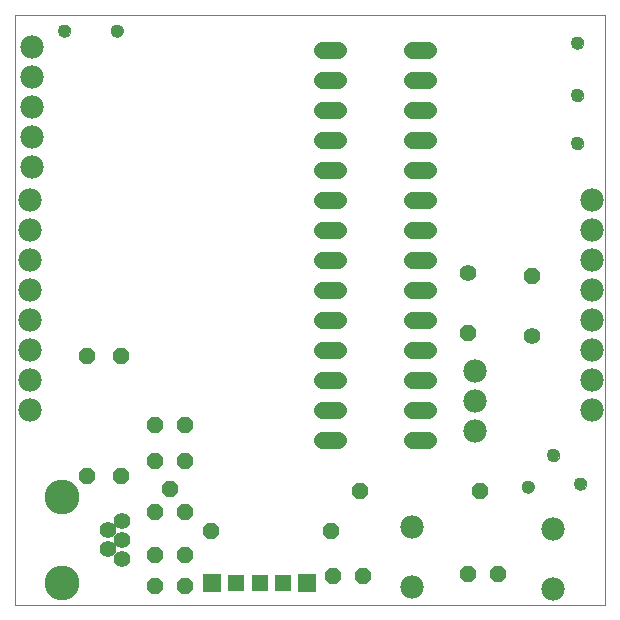
<source format=gbs>
G75*
%MOIN*%
%OFA0B0*%
%FSLAX25Y25*%
%IPPOS*%
%LPD*%
%AMOC8*
5,1,8,0,0,1.08239X$1,22.5*
%
%ADD10C,0.00000*%
%ADD11C,0.04337*%
%ADD12C,0.05550*%
%ADD13C,0.11620*%
%ADD14OC8,0.05600*%
%ADD15R,0.06337X0.06337*%
%ADD16R,0.05550X0.05550*%
%ADD17C,0.05600*%
%ADD18C,0.07800*%
%ADD19C,0.05600*%
D10*
X0005300Y0010249D02*
X0005300Y0207099D01*
X0202150Y0207099D01*
X0202150Y0010249D01*
X0005300Y0010249D01*
X0174331Y0049749D02*
X0174333Y0049837D01*
X0174339Y0049925D01*
X0174349Y0050013D01*
X0174363Y0050101D01*
X0174380Y0050187D01*
X0174402Y0050273D01*
X0174427Y0050357D01*
X0174457Y0050441D01*
X0174489Y0050523D01*
X0174526Y0050603D01*
X0174566Y0050682D01*
X0174610Y0050759D01*
X0174657Y0050834D01*
X0174707Y0050906D01*
X0174761Y0050977D01*
X0174817Y0051044D01*
X0174877Y0051110D01*
X0174939Y0051172D01*
X0175005Y0051232D01*
X0175072Y0051288D01*
X0175143Y0051342D01*
X0175215Y0051392D01*
X0175290Y0051439D01*
X0175367Y0051483D01*
X0175446Y0051523D01*
X0175526Y0051560D01*
X0175608Y0051592D01*
X0175692Y0051622D01*
X0175776Y0051647D01*
X0175862Y0051669D01*
X0175948Y0051686D01*
X0176036Y0051700D01*
X0176124Y0051710D01*
X0176212Y0051716D01*
X0176300Y0051718D01*
X0176388Y0051716D01*
X0176476Y0051710D01*
X0176564Y0051700D01*
X0176652Y0051686D01*
X0176738Y0051669D01*
X0176824Y0051647D01*
X0176908Y0051622D01*
X0176992Y0051592D01*
X0177074Y0051560D01*
X0177154Y0051523D01*
X0177233Y0051483D01*
X0177310Y0051439D01*
X0177385Y0051392D01*
X0177457Y0051342D01*
X0177528Y0051288D01*
X0177595Y0051232D01*
X0177661Y0051172D01*
X0177723Y0051110D01*
X0177783Y0051044D01*
X0177839Y0050977D01*
X0177893Y0050906D01*
X0177943Y0050834D01*
X0177990Y0050759D01*
X0178034Y0050682D01*
X0178074Y0050603D01*
X0178111Y0050523D01*
X0178143Y0050441D01*
X0178173Y0050357D01*
X0178198Y0050273D01*
X0178220Y0050187D01*
X0178237Y0050101D01*
X0178251Y0050013D01*
X0178261Y0049925D01*
X0178267Y0049837D01*
X0178269Y0049749D01*
X0178267Y0049661D01*
X0178261Y0049573D01*
X0178251Y0049485D01*
X0178237Y0049397D01*
X0178220Y0049311D01*
X0178198Y0049225D01*
X0178173Y0049141D01*
X0178143Y0049057D01*
X0178111Y0048975D01*
X0178074Y0048895D01*
X0178034Y0048816D01*
X0177990Y0048739D01*
X0177943Y0048664D01*
X0177893Y0048592D01*
X0177839Y0048521D01*
X0177783Y0048454D01*
X0177723Y0048388D01*
X0177661Y0048326D01*
X0177595Y0048266D01*
X0177528Y0048210D01*
X0177457Y0048156D01*
X0177385Y0048106D01*
X0177310Y0048059D01*
X0177233Y0048015D01*
X0177154Y0047975D01*
X0177074Y0047938D01*
X0176992Y0047906D01*
X0176908Y0047876D01*
X0176824Y0047851D01*
X0176738Y0047829D01*
X0176652Y0047812D01*
X0176564Y0047798D01*
X0176476Y0047788D01*
X0176388Y0047782D01*
X0176300Y0047780D01*
X0176212Y0047782D01*
X0176124Y0047788D01*
X0176036Y0047798D01*
X0175948Y0047812D01*
X0175862Y0047829D01*
X0175776Y0047851D01*
X0175692Y0047876D01*
X0175608Y0047906D01*
X0175526Y0047938D01*
X0175446Y0047975D01*
X0175367Y0048015D01*
X0175290Y0048059D01*
X0175215Y0048106D01*
X0175143Y0048156D01*
X0175072Y0048210D01*
X0175005Y0048266D01*
X0174939Y0048326D01*
X0174877Y0048388D01*
X0174817Y0048454D01*
X0174761Y0048521D01*
X0174707Y0048592D01*
X0174657Y0048664D01*
X0174610Y0048739D01*
X0174566Y0048816D01*
X0174526Y0048895D01*
X0174489Y0048975D01*
X0174457Y0049057D01*
X0174427Y0049141D01*
X0174402Y0049225D01*
X0174380Y0049311D01*
X0174363Y0049397D01*
X0174349Y0049485D01*
X0174339Y0049573D01*
X0174333Y0049661D01*
X0174331Y0049749D01*
X0182831Y0060249D02*
X0182833Y0060337D01*
X0182839Y0060425D01*
X0182849Y0060513D01*
X0182863Y0060601D01*
X0182880Y0060687D01*
X0182902Y0060773D01*
X0182927Y0060857D01*
X0182957Y0060941D01*
X0182989Y0061023D01*
X0183026Y0061103D01*
X0183066Y0061182D01*
X0183110Y0061259D01*
X0183157Y0061334D01*
X0183207Y0061406D01*
X0183261Y0061477D01*
X0183317Y0061544D01*
X0183377Y0061610D01*
X0183439Y0061672D01*
X0183505Y0061732D01*
X0183572Y0061788D01*
X0183643Y0061842D01*
X0183715Y0061892D01*
X0183790Y0061939D01*
X0183867Y0061983D01*
X0183946Y0062023D01*
X0184026Y0062060D01*
X0184108Y0062092D01*
X0184192Y0062122D01*
X0184276Y0062147D01*
X0184362Y0062169D01*
X0184448Y0062186D01*
X0184536Y0062200D01*
X0184624Y0062210D01*
X0184712Y0062216D01*
X0184800Y0062218D01*
X0184888Y0062216D01*
X0184976Y0062210D01*
X0185064Y0062200D01*
X0185152Y0062186D01*
X0185238Y0062169D01*
X0185324Y0062147D01*
X0185408Y0062122D01*
X0185492Y0062092D01*
X0185574Y0062060D01*
X0185654Y0062023D01*
X0185733Y0061983D01*
X0185810Y0061939D01*
X0185885Y0061892D01*
X0185957Y0061842D01*
X0186028Y0061788D01*
X0186095Y0061732D01*
X0186161Y0061672D01*
X0186223Y0061610D01*
X0186283Y0061544D01*
X0186339Y0061477D01*
X0186393Y0061406D01*
X0186443Y0061334D01*
X0186490Y0061259D01*
X0186534Y0061182D01*
X0186574Y0061103D01*
X0186611Y0061023D01*
X0186643Y0060941D01*
X0186673Y0060857D01*
X0186698Y0060773D01*
X0186720Y0060687D01*
X0186737Y0060601D01*
X0186751Y0060513D01*
X0186761Y0060425D01*
X0186767Y0060337D01*
X0186769Y0060249D01*
X0186767Y0060161D01*
X0186761Y0060073D01*
X0186751Y0059985D01*
X0186737Y0059897D01*
X0186720Y0059811D01*
X0186698Y0059725D01*
X0186673Y0059641D01*
X0186643Y0059557D01*
X0186611Y0059475D01*
X0186574Y0059395D01*
X0186534Y0059316D01*
X0186490Y0059239D01*
X0186443Y0059164D01*
X0186393Y0059092D01*
X0186339Y0059021D01*
X0186283Y0058954D01*
X0186223Y0058888D01*
X0186161Y0058826D01*
X0186095Y0058766D01*
X0186028Y0058710D01*
X0185957Y0058656D01*
X0185885Y0058606D01*
X0185810Y0058559D01*
X0185733Y0058515D01*
X0185654Y0058475D01*
X0185574Y0058438D01*
X0185492Y0058406D01*
X0185408Y0058376D01*
X0185324Y0058351D01*
X0185238Y0058329D01*
X0185152Y0058312D01*
X0185064Y0058298D01*
X0184976Y0058288D01*
X0184888Y0058282D01*
X0184800Y0058280D01*
X0184712Y0058282D01*
X0184624Y0058288D01*
X0184536Y0058298D01*
X0184448Y0058312D01*
X0184362Y0058329D01*
X0184276Y0058351D01*
X0184192Y0058376D01*
X0184108Y0058406D01*
X0184026Y0058438D01*
X0183946Y0058475D01*
X0183867Y0058515D01*
X0183790Y0058559D01*
X0183715Y0058606D01*
X0183643Y0058656D01*
X0183572Y0058710D01*
X0183505Y0058766D01*
X0183439Y0058826D01*
X0183377Y0058888D01*
X0183317Y0058954D01*
X0183261Y0059021D01*
X0183207Y0059092D01*
X0183157Y0059164D01*
X0183110Y0059239D01*
X0183066Y0059316D01*
X0183026Y0059395D01*
X0182989Y0059475D01*
X0182957Y0059557D01*
X0182927Y0059641D01*
X0182902Y0059725D01*
X0182880Y0059811D01*
X0182863Y0059897D01*
X0182849Y0059985D01*
X0182839Y0060073D01*
X0182833Y0060161D01*
X0182831Y0060249D01*
X0191831Y0050749D02*
X0191833Y0050837D01*
X0191839Y0050925D01*
X0191849Y0051013D01*
X0191863Y0051101D01*
X0191880Y0051187D01*
X0191902Y0051273D01*
X0191927Y0051357D01*
X0191957Y0051441D01*
X0191989Y0051523D01*
X0192026Y0051603D01*
X0192066Y0051682D01*
X0192110Y0051759D01*
X0192157Y0051834D01*
X0192207Y0051906D01*
X0192261Y0051977D01*
X0192317Y0052044D01*
X0192377Y0052110D01*
X0192439Y0052172D01*
X0192505Y0052232D01*
X0192572Y0052288D01*
X0192643Y0052342D01*
X0192715Y0052392D01*
X0192790Y0052439D01*
X0192867Y0052483D01*
X0192946Y0052523D01*
X0193026Y0052560D01*
X0193108Y0052592D01*
X0193192Y0052622D01*
X0193276Y0052647D01*
X0193362Y0052669D01*
X0193448Y0052686D01*
X0193536Y0052700D01*
X0193624Y0052710D01*
X0193712Y0052716D01*
X0193800Y0052718D01*
X0193888Y0052716D01*
X0193976Y0052710D01*
X0194064Y0052700D01*
X0194152Y0052686D01*
X0194238Y0052669D01*
X0194324Y0052647D01*
X0194408Y0052622D01*
X0194492Y0052592D01*
X0194574Y0052560D01*
X0194654Y0052523D01*
X0194733Y0052483D01*
X0194810Y0052439D01*
X0194885Y0052392D01*
X0194957Y0052342D01*
X0195028Y0052288D01*
X0195095Y0052232D01*
X0195161Y0052172D01*
X0195223Y0052110D01*
X0195283Y0052044D01*
X0195339Y0051977D01*
X0195393Y0051906D01*
X0195443Y0051834D01*
X0195490Y0051759D01*
X0195534Y0051682D01*
X0195574Y0051603D01*
X0195611Y0051523D01*
X0195643Y0051441D01*
X0195673Y0051357D01*
X0195698Y0051273D01*
X0195720Y0051187D01*
X0195737Y0051101D01*
X0195751Y0051013D01*
X0195761Y0050925D01*
X0195767Y0050837D01*
X0195769Y0050749D01*
X0195767Y0050661D01*
X0195761Y0050573D01*
X0195751Y0050485D01*
X0195737Y0050397D01*
X0195720Y0050311D01*
X0195698Y0050225D01*
X0195673Y0050141D01*
X0195643Y0050057D01*
X0195611Y0049975D01*
X0195574Y0049895D01*
X0195534Y0049816D01*
X0195490Y0049739D01*
X0195443Y0049664D01*
X0195393Y0049592D01*
X0195339Y0049521D01*
X0195283Y0049454D01*
X0195223Y0049388D01*
X0195161Y0049326D01*
X0195095Y0049266D01*
X0195028Y0049210D01*
X0194957Y0049156D01*
X0194885Y0049106D01*
X0194810Y0049059D01*
X0194733Y0049015D01*
X0194654Y0048975D01*
X0194574Y0048938D01*
X0194492Y0048906D01*
X0194408Y0048876D01*
X0194324Y0048851D01*
X0194238Y0048829D01*
X0194152Y0048812D01*
X0194064Y0048798D01*
X0193976Y0048788D01*
X0193888Y0048782D01*
X0193800Y0048780D01*
X0193712Y0048782D01*
X0193624Y0048788D01*
X0193536Y0048798D01*
X0193448Y0048812D01*
X0193362Y0048829D01*
X0193276Y0048851D01*
X0193192Y0048876D01*
X0193108Y0048906D01*
X0193026Y0048938D01*
X0192946Y0048975D01*
X0192867Y0049015D01*
X0192790Y0049059D01*
X0192715Y0049106D01*
X0192643Y0049156D01*
X0192572Y0049210D01*
X0192505Y0049266D01*
X0192439Y0049326D01*
X0192377Y0049388D01*
X0192317Y0049454D01*
X0192261Y0049521D01*
X0192207Y0049592D01*
X0192157Y0049664D01*
X0192110Y0049739D01*
X0192066Y0049816D01*
X0192026Y0049895D01*
X0191989Y0049975D01*
X0191957Y0050057D01*
X0191927Y0050141D01*
X0191902Y0050225D01*
X0191880Y0050311D01*
X0191863Y0050397D01*
X0191849Y0050485D01*
X0191839Y0050573D01*
X0191833Y0050661D01*
X0191831Y0050749D01*
X0190831Y0164249D02*
X0190833Y0164337D01*
X0190839Y0164425D01*
X0190849Y0164513D01*
X0190863Y0164601D01*
X0190880Y0164687D01*
X0190902Y0164773D01*
X0190927Y0164857D01*
X0190957Y0164941D01*
X0190989Y0165023D01*
X0191026Y0165103D01*
X0191066Y0165182D01*
X0191110Y0165259D01*
X0191157Y0165334D01*
X0191207Y0165406D01*
X0191261Y0165477D01*
X0191317Y0165544D01*
X0191377Y0165610D01*
X0191439Y0165672D01*
X0191505Y0165732D01*
X0191572Y0165788D01*
X0191643Y0165842D01*
X0191715Y0165892D01*
X0191790Y0165939D01*
X0191867Y0165983D01*
X0191946Y0166023D01*
X0192026Y0166060D01*
X0192108Y0166092D01*
X0192192Y0166122D01*
X0192276Y0166147D01*
X0192362Y0166169D01*
X0192448Y0166186D01*
X0192536Y0166200D01*
X0192624Y0166210D01*
X0192712Y0166216D01*
X0192800Y0166218D01*
X0192888Y0166216D01*
X0192976Y0166210D01*
X0193064Y0166200D01*
X0193152Y0166186D01*
X0193238Y0166169D01*
X0193324Y0166147D01*
X0193408Y0166122D01*
X0193492Y0166092D01*
X0193574Y0166060D01*
X0193654Y0166023D01*
X0193733Y0165983D01*
X0193810Y0165939D01*
X0193885Y0165892D01*
X0193957Y0165842D01*
X0194028Y0165788D01*
X0194095Y0165732D01*
X0194161Y0165672D01*
X0194223Y0165610D01*
X0194283Y0165544D01*
X0194339Y0165477D01*
X0194393Y0165406D01*
X0194443Y0165334D01*
X0194490Y0165259D01*
X0194534Y0165182D01*
X0194574Y0165103D01*
X0194611Y0165023D01*
X0194643Y0164941D01*
X0194673Y0164857D01*
X0194698Y0164773D01*
X0194720Y0164687D01*
X0194737Y0164601D01*
X0194751Y0164513D01*
X0194761Y0164425D01*
X0194767Y0164337D01*
X0194769Y0164249D01*
X0194767Y0164161D01*
X0194761Y0164073D01*
X0194751Y0163985D01*
X0194737Y0163897D01*
X0194720Y0163811D01*
X0194698Y0163725D01*
X0194673Y0163641D01*
X0194643Y0163557D01*
X0194611Y0163475D01*
X0194574Y0163395D01*
X0194534Y0163316D01*
X0194490Y0163239D01*
X0194443Y0163164D01*
X0194393Y0163092D01*
X0194339Y0163021D01*
X0194283Y0162954D01*
X0194223Y0162888D01*
X0194161Y0162826D01*
X0194095Y0162766D01*
X0194028Y0162710D01*
X0193957Y0162656D01*
X0193885Y0162606D01*
X0193810Y0162559D01*
X0193733Y0162515D01*
X0193654Y0162475D01*
X0193574Y0162438D01*
X0193492Y0162406D01*
X0193408Y0162376D01*
X0193324Y0162351D01*
X0193238Y0162329D01*
X0193152Y0162312D01*
X0193064Y0162298D01*
X0192976Y0162288D01*
X0192888Y0162282D01*
X0192800Y0162280D01*
X0192712Y0162282D01*
X0192624Y0162288D01*
X0192536Y0162298D01*
X0192448Y0162312D01*
X0192362Y0162329D01*
X0192276Y0162351D01*
X0192192Y0162376D01*
X0192108Y0162406D01*
X0192026Y0162438D01*
X0191946Y0162475D01*
X0191867Y0162515D01*
X0191790Y0162559D01*
X0191715Y0162606D01*
X0191643Y0162656D01*
X0191572Y0162710D01*
X0191505Y0162766D01*
X0191439Y0162826D01*
X0191377Y0162888D01*
X0191317Y0162954D01*
X0191261Y0163021D01*
X0191207Y0163092D01*
X0191157Y0163164D01*
X0191110Y0163239D01*
X0191066Y0163316D01*
X0191026Y0163395D01*
X0190989Y0163475D01*
X0190957Y0163557D01*
X0190927Y0163641D01*
X0190902Y0163725D01*
X0190880Y0163811D01*
X0190863Y0163897D01*
X0190849Y0163985D01*
X0190839Y0164073D01*
X0190833Y0164161D01*
X0190831Y0164249D01*
X0190831Y0180249D02*
X0190833Y0180337D01*
X0190839Y0180425D01*
X0190849Y0180513D01*
X0190863Y0180601D01*
X0190880Y0180687D01*
X0190902Y0180773D01*
X0190927Y0180857D01*
X0190957Y0180941D01*
X0190989Y0181023D01*
X0191026Y0181103D01*
X0191066Y0181182D01*
X0191110Y0181259D01*
X0191157Y0181334D01*
X0191207Y0181406D01*
X0191261Y0181477D01*
X0191317Y0181544D01*
X0191377Y0181610D01*
X0191439Y0181672D01*
X0191505Y0181732D01*
X0191572Y0181788D01*
X0191643Y0181842D01*
X0191715Y0181892D01*
X0191790Y0181939D01*
X0191867Y0181983D01*
X0191946Y0182023D01*
X0192026Y0182060D01*
X0192108Y0182092D01*
X0192192Y0182122D01*
X0192276Y0182147D01*
X0192362Y0182169D01*
X0192448Y0182186D01*
X0192536Y0182200D01*
X0192624Y0182210D01*
X0192712Y0182216D01*
X0192800Y0182218D01*
X0192888Y0182216D01*
X0192976Y0182210D01*
X0193064Y0182200D01*
X0193152Y0182186D01*
X0193238Y0182169D01*
X0193324Y0182147D01*
X0193408Y0182122D01*
X0193492Y0182092D01*
X0193574Y0182060D01*
X0193654Y0182023D01*
X0193733Y0181983D01*
X0193810Y0181939D01*
X0193885Y0181892D01*
X0193957Y0181842D01*
X0194028Y0181788D01*
X0194095Y0181732D01*
X0194161Y0181672D01*
X0194223Y0181610D01*
X0194283Y0181544D01*
X0194339Y0181477D01*
X0194393Y0181406D01*
X0194443Y0181334D01*
X0194490Y0181259D01*
X0194534Y0181182D01*
X0194574Y0181103D01*
X0194611Y0181023D01*
X0194643Y0180941D01*
X0194673Y0180857D01*
X0194698Y0180773D01*
X0194720Y0180687D01*
X0194737Y0180601D01*
X0194751Y0180513D01*
X0194761Y0180425D01*
X0194767Y0180337D01*
X0194769Y0180249D01*
X0194767Y0180161D01*
X0194761Y0180073D01*
X0194751Y0179985D01*
X0194737Y0179897D01*
X0194720Y0179811D01*
X0194698Y0179725D01*
X0194673Y0179641D01*
X0194643Y0179557D01*
X0194611Y0179475D01*
X0194574Y0179395D01*
X0194534Y0179316D01*
X0194490Y0179239D01*
X0194443Y0179164D01*
X0194393Y0179092D01*
X0194339Y0179021D01*
X0194283Y0178954D01*
X0194223Y0178888D01*
X0194161Y0178826D01*
X0194095Y0178766D01*
X0194028Y0178710D01*
X0193957Y0178656D01*
X0193885Y0178606D01*
X0193810Y0178559D01*
X0193733Y0178515D01*
X0193654Y0178475D01*
X0193574Y0178438D01*
X0193492Y0178406D01*
X0193408Y0178376D01*
X0193324Y0178351D01*
X0193238Y0178329D01*
X0193152Y0178312D01*
X0193064Y0178298D01*
X0192976Y0178288D01*
X0192888Y0178282D01*
X0192800Y0178280D01*
X0192712Y0178282D01*
X0192624Y0178288D01*
X0192536Y0178298D01*
X0192448Y0178312D01*
X0192362Y0178329D01*
X0192276Y0178351D01*
X0192192Y0178376D01*
X0192108Y0178406D01*
X0192026Y0178438D01*
X0191946Y0178475D01*
X0191867Y0178515D01*
X0191790Y0178559D01*
X0191715Y0178606D01*
X0191643Y0178656D01*
X0191572Y0178710D01*
X0191505Y0178766D01*
X0191439Y0178826D01*
X0191377Y0178888D01*
X0191317Y0178954D01*
X0191261Y0179021D01*
X0191207Y0179092D01*
X0191157Y0179164D01*
X0191110Y0179239D01*
X0191066Y0179316D01*
X0191026Y0179395D01*
X0190989Y0179475D01*
X0190957Y0179557D01*
X0190927Y0179641D01*
X0190902Y0179725D01*
X0190880Y0179811D01*
X0190863Y0179897D01*
X0190849Y0179985D01*
X0190839Y0180073D01*
X0190833Y0180161D01*
X0190831Y0180249D01*
X0190831Y0197749D02*
X0190833Y0197837D01*
X0190839Y0197925D01*
X0190849Y0198013D01*
X0190863Y0198101D01*
X0190880Y0198187D01*
X0190902Y0198273D01*
X0190927Y0198357D01*
X0190957Y0198441D01*
X0190989Y0198523D01*
X0191026Y0198603D01*
X0191066Y0198682D01*
X0191110Y0198759D01*
X0191157Y0198834D01*
X0191207Y0198906D01*
X0191261Y0198977D01*
X0191317Y0199044D01*
X0191377Y0199110D01*
X0191439Y0199172D01*
X0191505Y0199232D01*
X0191572Y0199288D01*
X0191643Y0199342D01*
X0191715Y0199392D01*
X0191790Y0199439D01*
X0191867Y0199483D01*
X0191946Y0199523D01*
X0192026Y0199560D01*
X0192108Y0199592D01*
X0192192Y0199622D01*
X0192276Y0199647D01*
X0192362Y0199669D01*
X0192448Y0199686D01*
X0192536Y0199700D01*
X0192624Y0199710D01*
X0192712Y0199716D01*
X0192800Y0199718D01*
X0192888Y0199716D01*
X0192976Y0199710D01*
X0193064Y0199700D01*
X0193152Y0199686D01*
X0193238Y0199669D01*
X0193324Y0199647D01*
X0193408Y0199622D01*
X0193492Y0199592D01*
X0193574Y0199560D01*
X0193654Y0199523D01*
X0193733Y0199483D01*
X0193810Y0199439D01*
X0193885Y0199392D01*
X0193957Y0199342D01*
X0194028Y0199288D01*
X0194095Y0199232D01*
X0194161Y0199172D01*
X0194223Y0199110D01*
X0194283Y0199044D01*
X0194339Y0198977D01*
X0194393Y0198906D01*
X0194443Y0198834D01*
X0194490Y0198759D01*
X0194534Y0198682D01*
X0194574Y0198603D01*
X0194611Y0198523D01*
X0194643Y0198441D01*
X0194673Y0198357D01*
X0194698Y0198273D01*
X0194720Y0198187D01*
X0194737Y0198101D01*
X0194751Y0198013D01*
X0194761Y0197925D01*
X0194767Y0197837D01*
X0194769Y0197749D01*
X0194767Y0197661D01*
X0194761Y0197573D01*
X0194751Y0197485D01*
X0194737Y0197397D01*
X0194720Y0197311D01*
X0194698Y0197225D01*
X0194673Y0197141D01*
X0194643Y0197057D01*
X0194611Y0196975D01*
X0194574Y0196895D01*
X0194534Y0196816D01*
X0194490Y0196739D01*
X0194443Y0196664D01*
X0194393Y0196592D01*
X0194339Y0196521D01*
X0194283Y0196454D01*
X0194223Y0196388D01*
X0194161Y0196326D01*
X0194095Y0196266D01*
X0194028Y0196210D01*
X0193957Y0196156D01*
X0193885Y0196106D01*
X0193810Y0196059D01*
X0193733Y0196015D01*
X0193654Y0195975D01*
X0193574Y0195938D01*
X0193492Y0195906D01*
X0193408Y0195876D01*
X0193324Y0195851D01*
X0193238Y0195829D01*
X0193152Y0195812D01*
X0193064Y0195798D01*
X0192976Y0195788D01*
X0192888Y0195782D01*
X0192800Y0195780D01*
X0192712Y0195782D01*
X0192624Y0195788D01*
X0192536Y0195798D01*
X0192448Y0195812D01*
X0192362Y0195829D01*
X0192276Y0195851D01*
X0192192Y0195876D01*
X0192108Y0195906D01*
X0192026Y0195938D01*
X0191946Y0195975D01*
X0191867Y0196015D01*
X0191790Y0196059D01*
X0191715Y0196106D01*
X0191643Y0196156D01*
X0191572Y0196210D01*
X0191505Y0196266D01*
X0191439Y0196326D01*
X0191377Y0196388D01*
X0191317Y0196454D01*
X0191261Y0196521D01*
X0191207Y0196592D01*
X0191157Y0196664D01*
X0191110Y0196739D01*
X0191066Y0196816D01*
X0191026Y0196895D01*
X0190989Y0196975D01*
X0190957Y0197057D01*
X0190927Y0197141D01*
X0190902Y0197225D01*
X0190880Y0197311D01*
X0190863Y0197397D01*
X0190849Y0197485D01*
X0190839Y0197573D01*
X0190833Y0197661D01*
X0190831Y0197749D01*
X0037331Y0201749D02*
X0037333Y0201837D01*
X0037339Y0201925D01*
X0037349Y0202013D01*
X0037363Y0202101D01*
X0037380Y0202187D01*
X0037402Y0202273D01*
X0037427Y0202357D01*
X0037457Y0202441D01*
X0037489Y0202523D01*
X0037526Y0202603D01*
X0037566Y0202682D01*
X0037610Y0202759D01*
X0037657Y0202834D01*
X0037707Y0202906D01*
X0037761Y0202977D01*
X0037817Y0203044D01*
X0037877Y0203110D01*
X0037939Y0203172D01*
X0038005Y0203232D01*
X0038072Y0203288D01*
X0038143Y0203342D01*
X0038215Y0203392D01*
X0038290Y0203439D01*
X0038367Y0203483D01*
X0038446Y0203523D01*
X0038526Y0203560D01*
X0038608Y0203592D01*
X0038692Y0203622D01*
X0038776Y0203647D01*
X0038862Y0203669D01*
X0038948Y0203686D01*
X0039036Y0203700D01*
X0039124Y0203710D01*
X0039212Y0203716D01*
X0039300Y0203718D01*
X0039388Y0203716D01*
X0039476Y0203710D01*
X0039564Y0203700D01*
X0039652Y0203686D01*
X0039738Y0203669D01*
X0039824Y0203647D01*
X0039908Y0203622D01*
X0039992Y0203592D01*
X0040074Y0203560D01*
X0040154Y0203523D01*
X0040233Y0203483D01*
X0040310Y0203439D01*
X0040385Y0203392D01*
X0040457Y0203342D01*
X0040528Y0203288D01*
X0040595Y0203232D01*
X0040661Y0203172D01*
X0040723Y0203110D01*
X0040783Y0203044D01*
X0040839Y0202977D01*
X0040893Y0202906D01*
X0040943Y0202834D01*
X0040990Y0202759D01*
X0041034Y0202682D01*
X0041074Y0202603D01*
X0041111Y0202523D01*
X0041143Y0202441D01*
X0041173Y0202357D01*
X0041198Y0202273D01*
X0041220Y0202187D01*
X0041237Y0202101D01*
X0041251Y0202013D01*
X0041261Y0201925D01*
X0041267Y0201837D01*
X0041269Y0201749D01*
X0041267Y0201661D01*
X0041261Y0201573D01*
X0041251Y0201485D01*
X0041237Y0201397D01*
X0041220Y0201311D01*
X0041198Y0201225D01*
X0041173Y0201141D01*
X0041143Y0201057D01*
X0041111Y0200975D01*
X0041074Y0200895D01*
X0041034Y0200816D01*
X0040990Y0200739D01*
X0040943Y0200664D01*
X0040893Y0200592D01*
X0040839Y0200521D01*
X0040783Y0200454D01*
X0040723Y0200388D01*
X0040661Y0200326D01*
X0040595Y0200266D01*
X0040528Y0200210D01*
X0040457Y0200156D01*
X0040385Y0200106D01*
X0040310Y0200059D01*
X0040233Y0200015D01*
X0040154Y0199975D01*
X0040074Y0199938D01*
X0039992Y0199906D01*
X0039908Y0199876D01*
X0039824Y0199851D01*
X0039738Y0199829D01*
X0039652Y0199812D01*
X0039564Y0199798D01*
X0039476Y0199788D01*
X0039388Y0199782D01*
X0039300Y0199780D01*
X0039212Y0199782D01*
X0039124Y0199788D01*
X0039036Y0199798D01*
X0038948Y0199812D01*
X0038862Y0199829D01*
X0038776Y0199851D01*
X0038692Y0199876D01*
X0038608Y0199906D01*
X0038526Y0199938D01*
X0038446Y0199975D01*
X0038367Y0200015D01*
X0038290Y0200059D01*
X0038215Y0200106D01*
X0038143Y0200156D01*
X0038072Y0200210D01*
X0038005Y0200266D01*
X0037939Y0200326D01*
X0037877Y0200388D01*
X0037817Y0200454D01*
X0037761Y0200521D01*
X0037707Y0200592D01*
X0037657Y0200664D01*
X0037610Y0200739D01*
X0037566Y0200816D01*
X0037526Y0200895D01*
X0037489Y0200975D01*
X0037457Y0201057D01*
X0037427Y0201141D01*
X0037402Y0201225D01*
X0037380Y0201311D01*
X0037363Y0201397D01*
X0037349Y0201485D01*
X0037339Y0201573D01*
X0037333Y0201661D01*
X0037331Y0201749D01*
X0019831Y0201749D02*
X0019833Y0201837D01*
X0019839Y0201925D01*
X0019849Y0202013D01*
X0019863Y0202101D01*
X0019880Y0202187D01*
X0019902Y0202273D01*
X0019927Y0202357D01*
X0019957Y0202441D01*
X0019989Y0202523D01*
X0020026Y0202603D01*
X0020066Y0202682D01*
X0020110Y0202759D01*
X0020157Y0202834D01*
X0020207Y0202906D01*
X0020261Y0202977D01*
X0020317Y0203044D01*
X0020377Y0203110D01*
X0020439Y0203172D01*
X0020505Y0203232D01*
X0020572Y0203288D01*
X0020643Y0203342D01*
X0020715Y0203392D01*
X0020790Y0203439D01*
X0020867Y0203483D01*
X0020946Y0203523D01*
X0021026Y0203560D01*
X0021108Y0203592D01*
X0021192Y0203622D01*
X0021276Y0203647D01*
X0021362Y0203669D01*
X0021448Y0203686D01*
X0021536Y0203700D01*
X0021624Y0203710D01*
X0021712Y0203716D01*
X0021800Y0203718D01*
X0021888Y0203716D01*
X0021976Y0203710D01*
X0022064Y0203700D01*
X0022152Y0203686D01*
X0022238Y0203669D01*
X0022324Y0203647D01*
X0022408Y0203622D01*
X0022492Y0203592D01*
X0022574Y0203560D01*
X0022654Y0203523D01*
X0022733Y0203483D01*
X0022810Y0203439D01*
X0022885Y0203392D01*
X0022957Y0203342D01*
X0023028Y0203288D01*
X0023095Y0203232D01*
X0023161Y0203172D01*
X0023223Y0203110D01*
X0023283Y0203044D01*
X0023339Y0202977D01*
X0023393Y0202906D01*
X0023443Y0202834D01*
X0023490Y0202759D01*
X0023534Y0202682D01*
X0023574Y0202603D01*
X0023611Y0202523D01*
X0023643Y0202441D01*
X0023673Y0202357D01*
X0023698Y0202273D01*
X0023720Y0202187D01*
X0023737Y0202101D01*
X0023751Y0202013D01*
X0023761Y0201925D01*
X0023767Y0201837D01*
X0023769Y0201749D01*
X0023767Y0201661D01*
X0023761Y0201573D01*
X0023751Y0201485D01*
X0023737Y0201397D01*
X0023720Y0201311D01*
X0023698Y0201225D01*
X0023673Y0201141D01*
X0023643Y0201057D01*
X0023611Y0200975D01*
X0023574Y0200895D01*
X0023534Y0200816D01*
X0023490Y0200739D01*
X0023443Y0200664D01*
X0023393Y0200592D01*
X0023339Y0200521D01*
X0023283Y0200454D01*
X0023223Y0200388D01*
X0023161Y0200326D01*
X0023095Y0200266D01*
X0023028Y0200210D01*
X0022957Y0200156D01*
X0022885Y0200106D01*
X0022810Y0200059D01*
X0022733Y0200015D01*
X0022654Y0199975D01*
X0022574Y0199938D01*
X0022492Y0199906D01*
X0022408Y0199876D01*
X0022324Y0199851D01*
X0022238Y0199829D01*
X0022152Y0199812D01*
X0022064Y0199798D01*
X0021976Y0199788D01*
X0021888Y0199782D01*
X0021800Y0199780D01*
X0021712Y0199782D01*
X0021624Y0199788D01*
X0021536Y0199798D01*
X0021448Y0199812D01*
X0021362Y0199829D01*
X0021276Y0199851D01*
X0021192Y0199876D01*
X0021108Y0199906D01*
X0021026Y0199938D01*
X0020946Y0199975D01*
X0020867Y0200015D01*
X0020790Y0200059D01*
X0020715Y0200106D01*
X0020643Y0200156D01*
X0020572Y0200210D01*
X0020505Y0200266D01*
X0020439Y0200326D01*
X0020377Y0200388D01*
X0020317Y0200454D01*
X0020261Y0200521D01*
X0020207Y0200592D01*
X0020157Y0200664D01*
X0020110Y0200739D01*
X0020066Y0200816D01*
X0020026Y0200895D01*
X0019989Y0200975D01*
X0019957Y0201057D01*
X0019927Y0201141D01*
X0019902Y0201225D01*
X0019880Y0201311D01*
X0019863Y0201397D01*
X0019849Y0201485D01*
X0019839Y0201573D01*
X0019833Y0201661D01*
X0019831Y0201749D01*
D11*
X0021800Y0201749D03*
X0039300Y0201749D03*
X0184800Y0060249D03*
X0193800Y0050749D03*
X0176300Y0049749D03*
X0192800Y0164249D03*
X0192800Y0180249D03*
X0192800Y0197749D03*
D12*
X0041028Y0038398D03*
X0036304Y0035249D03*
X0041028Y0032099D03*
X0036304Y0028950D03*
X0041028Y0025800D03*
D13*
X0020950Y0017729D03*
X0020950Y0046469D03*
D14*
X0029454Y0053398D03*
X0040654Y0053398D03*
X0051950Y0058347D03*
X0061950Y0058347D03*
X0056950Y0048898D03*
X0061950Y0041398D03*
X0051950Y0041398D03*
X0051950Y0027146D03*
X0061950Y0027146D03*
X0061950Y0016497D03*
X0051950Y0016497D03*
X0070650Y0035052D03*
X0061950Y0070198D03*
X0051950Y0070198D03*
X0040654Y0093398D03*
X0029454Y0093398D03*
X0110650Y0035052D03*
X0120450Y0048245D03*
X0121450Y0020044D03*
X0111450Y0020044D03*
X0156450Y0020694D03*
X0166450Y0020694D03*
X0160450Y0048245D03*
X0156394Y0101099D03*
X0177556Y0119898D03*
D15*
X0102698Y0017548D03*
X0071202Y0017548D03*
D16*
X0079076Y0017548D03*
X0086950Y0017548D03*
X0094824Y0017548D03*
D17*
X0177556Y0099898D03*
X0156394Y0121099D03*
D18*
X0158800Y0088249D03*
X0158800Y0078249D03*
X0158800Y0068249D03*
X0137800Y0036249D03*
X0137800Y0016249D03*
X0184800Y0015749D03*
X0184800Y0035749D03*
X0197800Y0075249D03*
X0197800Y0085249D03*
X0197800Y0095249D03*
X0197800Y0105249D03*
X0197800Y0115249D03*
X0197800Y0125249D03*
X0197800Y0135249D03*
X0197800Y0145249D03*
X0010906Y0156398D03*
X0010906Y0166398D03*
X0010906Y0176398D03*
X0010906Y0186398D03*
X0010906Y0196398D03*
X0010300Y0145249D03*
X0010300Y0135249D03*
X0010300Y0125249D03*
X0010300Y0115249D03*
X0010300Y0105249D03*
X0010300Y0095249D03*
X0010300Y0085249D03*
X0010300Y0075249D03*
D19*
X0107700Y0075249D02*
X0112900Y0075249D01*
X0112900Y0085249D02*
X0107700Y0085249D01*
X0107700Y0095249D02*
X0112900Y0095249D01*
X0112900Y0105249D02*
X0107700Y0105249D01*
X0107700Y0115249D02*
X0112900Y0115249D01*
X0112900Y0125249D02*
X0107700Y0125249D01*
X0107700Y0135249D02*
X0112900Y0135249D01*
X0112900Y0145249D02*
X0107700Y0145249D01*
X0107700Y0155249D02*
X0112900Y0155249D01*
X0112900Y0165249D02*
X0107700Y0165249D01*
X0107700Y0175249D02*
X0112900Y0175249D01*
X0112900Y0185249D02*
X0107700Y0185249D01*
X0107700Y0195249D02*
X0112900Y0195249D01*
X0137700Y0195249D02*
X0142900Y0195249D01*
X0142900Y0185249D02*
X0137700Y0185249D01*
X0137700Y0175249D02*
X0142900Y0175249D01*
X0142900Y0165249D02*
X0137700Y0165249D01*
X0137700Y0155249D02*
X0142900Y0155249D01*
X0142900Y0145249D02*
X0137700Y0145249D01*
X0137700Y0135249D02*
X0142900Y0135249D01*
X0142900Y0125249D02*
X0137700Y0125249D01*
X0137700Y0115249D02*
X0142900Y0115249D01*
X0142900Y0105249D02*
X0137700Y0105249D01*
X0137700Y0095249D02*
X0142900Y0095249D01*
X0142900Y0085249D02*
X0137700Y0085249D01*
X0137700Y0075249D02*
X0142900Y0075249D01*
X0142900Y0065249D02*
X0137700Y0065249D01*
X0112900Y0065249D02*
X0107700Y0065249D01*
M02*

</source>
